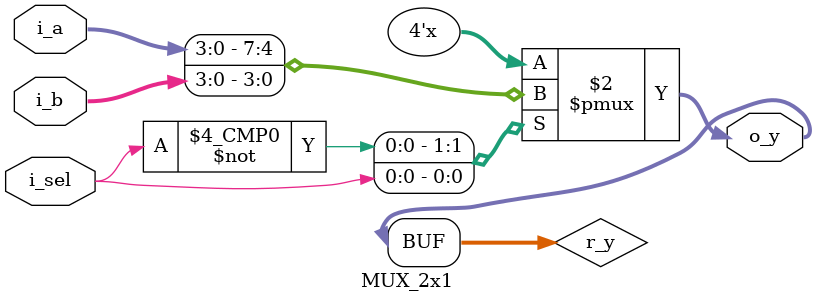
<source format=v>
`timescale 1ns / 1ps

module MUX_2x1(
    input[3:0] i_a, i_b,
    input i_sel,
    output[3:0] o_y
    );

    reg[3:0] r_y;
    assign o_y = r_y;

    always @(i_a or i_b) begin  // @(*) 모든 입력을 보겠다
        case(i_sel)
            1'b0 : r_y <= i_a;
            1'b1 : r_y <= i_b;
        endcase
    end
endmodule

</source>
